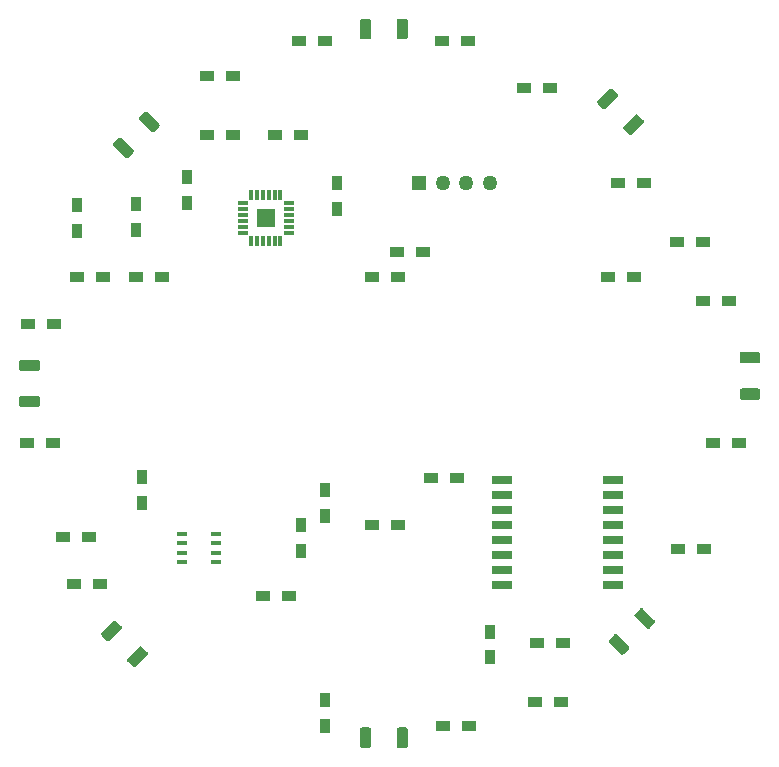
<source format=gbr>
G04 #@! TF.GenerationSoftware,KiCad,Pcbnew,(5.0.2)-1*
G04 #@! TF.CreationDate,2019-03-05T23:48:00-05:00*
G04 #@! TF.ProjectId,bikesenseCap,62696b65-7365-46e7-9365-4361702e6b69,REV E*
G04 #@! TF.SameCoordinates,Original*
G04 #@! TF.FileFunction,Paste,Top*
G04 #@! TF.FilePolarity,Positive*
%FSLAX46Y46*%
G04 Gerber Fmt 4.6, Leading zero omitted, Abs format (unit mm)*
G04 Created by KiCad (PCBNEW (5.0.2)-1) date 3/5/2019 11:48:00 PM*
%MOMM*%
%LPD*%
G01*
G04 APERTURE LIST*
%ADD10R,1.200000X0.900000*%
%ADD11R,1.270000X1.270000*%
%ADD12C,1.270000*%
%ADD13R,0.900000X1.200000*%
%ADD14R,1.560000X1.560000*%
%ADD15R,0.300000X0.850000*%
%ADD16R,0.850000X0.300000*%
%ADD17R,1.700000X0.700000*%
%ADD18C,0.100000*%
%ADD19C,0.950000*%
%ADD20R,0.900000X0.400000*%
G04 APERTURE END LIST*
D10*
G04 #@! TO.C,D3*
X131200000Y-91000000D03*
X129000000Y-91000000D03*
G04 #@! TD*
G04 #@! TO.C,D4*
X151200000Y-91000000D03*
X149000000Y-91000000D03*
G04 #@! TD*
G04 #@! TO.C,D5*
X171200000Y-91000000D03*
X169000000Y-91000000D03*
G04 #@! TD*
G04 #@! TO.C,D6*
X149000000Y-112000000D03*
X151200000Y-112000000D03*
G04 #@! TD*
D11*
G04 #@! TO.C,J1*
X153000260Y-83000000D03*
D12*
X155001780Y-83000000D03*
X156998220Y-83000000D03*
X158999740Y-83000000D03*
G04 #@! TD*
D10*
G04 #@! TO.C,R1*
X143000000Y-79000000D03*
X140800000Y-79000000D03*
G04 #@! TD*
G04 #@! TO.C,R2*
X135000000Y-79000000D03*
X137200000Y-79000000D03*
G04 #@! TD*
D13*
G04 #@! TO.C,R3*
X146000000Y-83000000D03*
X146000000Y-85200000D03*
G04 #@! TD*
G04 #@! TO.C,R4*
X133350000Y-84750000D03*
X133350000Y-82550000D03*
G04 #@! TD*
G04 #@! TO.C,R5*
X129000000Y-84800000D03*
X129000000Y-87000000D03*
G04 #@! TD*
G04 #@! TO.C,R6*
X145000000Y-109000000D03*
X145000000Y-111200000D03*
G04 #@! TD*
G04 #@! TO.C,R7*
X129540000Y-110150000D03*
X129540000Y-107950000D03*
G04 #@! TD*
G04 #@! TO.C,R8*
X143000000Y-112000000D03*
X143000000Y-114200000D03*
G04 #@! TD*
D10*
G04 #@! TO.C,R9*
X142000000Y-118000000D03*
X139800000Y-118000000D03*
G04 #@! TD*
G04 #@! TO.C,R11*
X126200000Y-91000000D03*
X124000000Y-91000000D03*
G04 #@! TD*
G04 #@! TO.C,R12*
X153330000Y-88900000D03*
X151130000Y-88900000D03*
G04 #@! TD*
G04 #@! TO.C,R13*
X177000000Y-88000000D03*
X174800000Y-88000000D03*
G04 #@! TD*
G04 #@! TO.C,R14*
X154000000Y-108000000D03*
X156200000Y-108000000D03*
G04 #@! TD*
G04 #@! TO.C,R19*
X119800000Y-105000000D03*
X122000000Y-105000000D03*
G04 #@! TD*
G04 #@! TO.C,R20*
X122100000Y-95000000D03*
X119900000Y-95000000D03*
G04 #@! TD*
D13*
G04 #@! TO.C,R21*
X124000000Y-84900000D03*
X124000000Y-87100000D03*
G04 #@! TD*
D10*
G04 #@! TO.C,R22*
X126000000Y-117000000D03*
X123800000Y-117000000D03*
G04 #@! TD*
D13*
G04 #@! TO.C,R23*
X159000000Y-123200000D03*
X159000000Y-121000000D03*
G04 #@! TD*
D10*
G04 #@! TO.C,R24*
X137200000Y-74000000D03*
X135000000Y-74000000D03*
G04 #@! TD*
G04 #@! TO.C,R25*
X122800000Y-113000000D03*
X125000000Y-113000000D03*
G04 #@! TD*
G04 #@! TO.C,R26*
X165200000Y-122000000D03*
X163000000Y-122000000D03*
G04 #@! TD*
G04 #@! TO.C,R27*
X157100000Y-71000000D03*
X154900000Y-71000000D03*
G04 #@! TD*
D13*
G04 #@! TO.C,R28*
X145000000Y-126800000D03*
X145000000Y-129000000D03*
G04 #@! TD*
D10*
G04 #@! TO.C,R29*
X145000000Y-71000000D03*
X142800000Y-71000000D03*
G04 #@! TD*
G04 #@! TO.C,R30*
X157200000Y-129000000D03*
X155000000Y-129000000D03*
G04 #@! TD*
G04 #@! TO.C,R31*
X164100000Y-75000000D03*
X161900000Y-75000000D03*
G04 #@! TD*
G04 #@! TO.C,R32*
X165000000Y-127000000D03*
X162800000Y-127000000D03*
G04 #@! TD*
G04 #@! TO.C,R33*
X169800000Y-83000000D03*
X172000000Y-83000000D03*
G04 #@! TD*
G04 #@! TO.C,R34*
X177100000Y-114000000D03*
X174900000Y-114000000D03*
G04 #@! TD*
G04 #@! TO.C,R35*
X179200000Y-93000000D03*
X177000000Y-93000000D03*
G04 #@! TD*
G04 #@! TO.C,R36*
X177900000Y-105000000D03*
X180100000Y-105000000D03*
G04 #@! TD*
D14*
G04 #@! TO.C,U2*
X140000000Y-86000000D03*
D15*
X138750000Y-84050000D03*
X139250000Y-84050000D03*
X139750000Y-84050000D03*
X140250000Y-84050000D03*
X140750000Y-84050000D03*
X141250000Y-84050000D03*
D16*
X141950000Y-84750000D03*
X141950000Y-85250000D03*
X141950000Y-85750000D03*
X141950000Y-86250000D03*
X141950000Y-86750000D03*
X141950000Y-87250000D03*
D15*
X141250000Y-87950000D03*
X140750000Y-87950000D03*
X140250000Y-87950000D03*
X139750000Y-87950000D03*
X139250000Y-87950000D03*
X138750000Y-87950000D03*
D16*
X138050000Y-87250000D03*
X138050000Y-86750000D03*
X138050000Y-86250000D03*
X138050000Y-85750000D03*
X138050000Y-85250000D03*
X138050000Y-84750000D03*
G04 #@! TD*
D17*
G04 #@! TO.C,U3*
X160000000Y-113270000D03*
X160000000Y-114540000D03*
X160000000Y-115810000D03*
X160000000Y-117080000D03*
X160000000Y-112000000D03*
X160000000Y-110730000D03*
X160000000Y-109460000D03*
X160000000Y-108190000D03*
X169380000Y-113270000D03*
X169380000Y-112000000D03*
X169380000Y-114540000D03*
X169380000Y-115810000D03*
X169380000Y-117080000D03*
X169380000Y-110730000D03*
X169380000Y-109460000D03*
X169380000Y-108190000D03*
G04 #@! TD*
D18*
G04 #@! TO.C,D11*
G36*
X120703623Y-101075915D02*
X120722067Y-101078651D01*
X120740154Y-101083181D01*
X120757710Y-101089463D01*
X120774565Y-101097435D01*
X120790558Y-101107021D01*
X120805535Y-101118128D01*
X120819350Y-101130650D01*
X120831872Y-101144465D01*
X120842979Y-101159442D01*
X120852565Y-101175435D01*
X120860537Y-101192290D01*
X120866819Y-101209846D01*
X120871349Y-101227933D01*
X120874085Y-101246377D01*
X120875000Y-101265000D01*
X120875000Y-101835000D01*
X120874085Y-101853623D01*
X120871349Y-101872067D01*
X120866819Y-101890154D01*
X120860537Y-101907710D01*
X120852565Y-101924565D01*
X120842979Y-101940558D01*
X120831872Y-101955535D01*
X120819350Y-101969350D01*
X120805535Y-101981872D01*
X120790558Y-101992979D01*
X120774565Y-102002565D01*
X120757710Y-102010537D01*
X120740154Y-102016819D01*
X120722067Y-102021349D01*
X120703623Y-102024085D01*
X120685000Y-102025000D01*
X119315000Y-102025000D01*
X119296377Y-102024085D01*
X119277933Y-102021349D01*
X119259846Y-102016819D01*
X119242290Y-102010537D01*
X119225435Y-102002565D01*
X119209442Y-101992979D01*
X119194465Y-101981872D01*
X119180650Y-101969350D01*
X119168128Y-101955535D01*
X119157021Y-101940558D01*
X119147435Y-101924565D01*
X119139463Y-101907710D01*
X119133181Y-101890154D01*
X119128651Y-101872067D01*
X119125915Y-101853623D01*
X119125000Y-101835000D01*
X119125000Y-101265000D01*
X119125915Y-101246377D01*
X119128651Y-101227933D01*
X119133181Y-101209846D01*
X119139463Y-101192290D01*
X119147435Y-101175435D01*
X119157021Y-101159442D01*
X119168128Y-101144465D01*
X119180650Y-101130650D01*
X119194465Y-101118128D01*
X119209442Y-101107021D01*
X119225435Y-101097435D01*
X119242290Y-101089463D01*
X119259846Y-101083181D01*
X119277933Y-101078651D01*
X119296377Y-101075915D01*
X119315000Y-101075000D01*
X120685000Y-101075000D01*
X120703623Y-101075915D01*
X120703623Y-101075915D01*
G37*
D19*
X120000000Y-101550000D03*
D18*
G36*
X120703623Y-97975915D02*
X120722067Y-97978651D01*
X120740154Y-97983181D01*
X120757710Y-97989463D01*
X120774565Y-97997435D01*
X120790558Y-98007021D01*
X120805535Y-98018128D01*
X120819350Y-98030650D01*
X120831872Y-98044465D01*
X120842979Y-98059442D01*
X120852565Y-98075435D01*
X120860537Y-98092290D01*
X120866819Y-98109846D01*
X120871349Y-98127933D01*
X120874085Y-98146377D01*
X120875000Y-98165000D01*
X120875000Y-98735000D01*
X120874085Y-98753623D01*
X120871349Y-98772067D01*
X120866819Y-98790154D01*
X120860537Y-98807710D01*
X120852565Y-98824565D01*
X120842979Y-98840558D01*
X120831872Y-98855535D01*
X120819350Y-98869350D01*
X120805535Y-98881872D01*
X120790558Y-98892979D01*
X120774565Y-98902565D01*
X120757710Y-98910537D01*
X120740154Y-98916819D01*
X120722067Y-98921349D01*
X120703623Y-98924085D01*
X120685000Y-98925000D01*
X119315000Y-98925000D01*
X119296377Y-98924085D01*
X119277933Y-98921349D01*
X119259846Y-98916819D01*
X119242290Y-98910537D01*
X119225435Y-98902565D01*
X119209442Y-98892979D01*
X119194465Y-98881872D01*
X119180650Y-98869350D01*
X119168128Y-98855535D01*
X119157021Y-98840558D01*
X119147435Y-98824565D01*
X119139463Y-98807710D01*
X119133181Y-98790154D01*
X119128651Y-98772067D01*
X119125915Y-98753623D01*
X119125000Y-98735000D01*
X119125000Y-98165000D01*
X119125915Y-98146377D01*
X119128651Y-98127933D01*
X119133181Y-98109846D01*
X119139463Y-98092290D01*
X119147435Y-98075435D01*
X119157021Y-98059442D01*
X119168128Y-98044465D01*
X119180650Y-98030650D01*
X119194465Y-98018128D01*
X119209442Y-98007021D01*
X119225435Y-97997435D01*
X119242290Y-97989463D01*
X119259846Y-97983181D01*
X119277933Y-97978651D01*
X119296377Y-97975915D01*
X119315000Y-97975000D01*
X120685000Y-97975000D01*
X120703623Y-97975915D01*
X120703623Y-97975915D01*
G37*
D19*
X120000000Y-98450000D03*
G04 #@! TD*
D18*
G04 #@! TO.C,D12*
G36*
X127684764Y-79175637D02*
X127703208Y-79178373D01*
X127721295Y-79182903D01*
X127738851Y-79189185D01*
X127755706Y-79197157D01*
X127771699Y-79206743D01*
X127786676Y-79217850D01*
X127800491Y-79230372D01*
X128769228Y-80199109D01*
X128781750Y-80212924D01*
X128792857Y-80227901D01*
X128802443Y-80243894D01*
X128810415Y-80260749D01*
X128816697Y-80278305D01*
X128821227Y-80296392D01*
X128823963Y-80314836D01*
X128824878Y-80333459D01*
X128823963Y-80352082D01*
X128821227Y-80370526D01*
X128816697Y-80388613D01*
X128810415Y-80406169D01*
X128802443Y-80423024D01*
X128792857Y-80439017D01*
X128781750Y-80453994D01*
X128769228Y-80467809D01*
X128366177Y-80870860D01*
X128352362Y-80883382D01*
X128337385Y-80894489D01*
X128321392Y-80904075D01*
X128304537Y-80912047D01*
X128286981Y-80918329D01*
X128268894Y-80922859D01*
X128250450Y-80925595D01*
X128231827Y-80926510D01*
X128213204Y-80925595D01*
X128194760Y-80922859D01*
X128176673Y-80918329D01*
X128159117Y-80912047D01*
X128142262Y-80904075D01*
X128126269Y-80894489D01*
X128111292Y-80883382D01*
X128097477Y-80870860D01*
X127128740Y-79902123D01*
X127116218Y-79888308D01*
X127105111Y-79873331D01*
X127095525Y-79857338D01*
X127087553Y-79840483D01*
X127081271Y-79822927D01*
X127076741Y-79804840D01*
X127074005Y-79786396D01*
X127073090Y-79767773D01*
X127074005Y-79749150D01*
X127076741Y-79730706D01*
X127081271Y-79712619D01*
X127087553Y-79695063D01*
X127095525Y-79678208D01*
X127105111Y-79662215D01*
X127116218Y-79647238D01*
X127128740Y-79633423D01*
X127531791Y-79230372D01*
X127545606Y-79217850D01*
X127560583Y-79206743D01*
X127576576Y-79197157D01*
X127593431Y-79189185D01*
X127610987Y-79182903D01*
X127629074Y-79178373D01*
X127647518Y-79175637D01*
X127666141Y-79174722D01*
X127684764Y-79175637D01*
X127684764Y-79175637D01*
G37*
D19*
X127948984Y-80050616D03*
D18*
G36*
X129876796Y-76983605D02*
X129895240Y-76986341D01*
X129913327Y-76990871D01*
X129930883Y-76997153D01*
X129947738Y-77005125D01*
X129963731Y-77014711D01*
X129978708Y-77025818D01*
X129992523Y-77038340D01*
X130961260Y-78007077D01*
X130973782Y-78020892D01*
X130984889Y-78035869D01*
X130994475Y-78051862D01*
X131002447Y-78068717D01*
X131008729Y-78086273D01*
X131013259Y-78104360D01*
X131015995Y-78122804D01*
X131016910Y-78141427D01*
X131015995Y-78160050D01*
X131013259Y-78178494D01*
X131008729Y-78196581D01*
X131002447Y-78214137D01*
X130994475Y-78230992D01*
X130984889Y-78246985D01*
X130973782Y-78261962D01*
X130961260Y-78275777D01*
X130558209Y-78678828D01*
X130544394Y-78691350D01*
X130529417Y-78702457D01*
X130513424Y-78712043D01*
X130496569Y-78720015D01*
X130479013Y-78726297D01*
X130460926Y-78730827D01*
X130442482Y-78733563D01*
X130423859Y-78734478D01*
X130405236Y-78733563D01*
X130386792Y-78730827D01*
X130368705Y-78726297D01*
X130351149Y-78720015D01*
X130334294Y-78712043D01*
X130318301Y-78702457D01*
X130303324Y-78691350D01*
X130289509Y-78678828D01*
X129320772Y-77710091D01*
X129308250Y-77696276D01*
X129297143Y-77681299D01*
X129287557Y-77665306D01*
X129279585Y-77648451D01*
X129273303Y-77630895D01*
X129268773Y-77612808D01*
X129266037Y-77594364D01*
X129265122Y-77575741D01*
X129266037Y-77557118D01*
X129268773Y-77538674D01*
X129273303Y-77520587D01*
X129279585Y-77503031D01*
X129287557Y-77486176D01*
X129297143Y-77470183D01*
X129308250Y-77455206D01*
X129320772Y-77441391D01*
X129723823Y-77038340D01*
X129737638Y-77025818D01*
X129752615Y-77014711D01*
X129768608Y-77005125D01*
X129785463Y-76997153D01*
X129803019Y-76990871D01*
X129821106Y-76986341D01*
X129839550Y-76983605D01*
X129858173Y-76982690D01*
X129876796Y-76983605D01*
X129876796Y-76983605D01*
G37*
D19*
X130141016Y-77858584D03*
G04 #@! TD*
D18*
G04 #@! TO.C,D13*
G36*
X127250450Y-120074005D02*
X127268894Y-120076741D01*
X127286981Y-120081271D01*
X127304537Y-120087553D01*
X127321392Y-120095525D01*
X127337385Y-120105111D01*
X127352362Y-120116218D01*
X127366177Y-120128740D01*
X127769228Y-120531791D01*
X127781750Y-120545606D01*
X127792857Y-120560583D01*
X127802443Y-120576576D01*
X127810415Y-120593431D01*
X127816697Y-120610987D01*
X127821227Y-120629074D01*
X127823963Y-120647518D01*
X127824878Y-120666141D01*
X127823963Y-120684764D01*
X127821227Y-120703208D01*
X127816697Y-120721295D01*
X127810415Y-120738851D01*
X127802443Y-120755706D01*
X127792857Y-120771699D01*
X127781750Y-120786676D01*
X127769228Y-120800491D01*
X126800491Y-121769228D01*
X126786676Y-121781750D01*
X126771699Y-121792857D01*
X126755706Y-121802443D01*
X126738851Y-121810415D01*
X126721295Y-121816697D01*
X126703208Y-121821227D01*
X126684764Y-121823963D01*
X126666141Y-121824878D01*
X126647518Y-121823963D01*
X126629074Y-121821227D01*
X126610987Y-121816697D01*
X126593431Y-121810415D01*
X126576576Y-121802443D01*
X126560583Y-121792857D01*
X126545606Y-121781750D01*
X126531791Y-121769228D01*
X126128740Y-121366177D01*
X126116218Y-121352362D01*
X126105111Y-121337385D01*
X126095525Y-121321392D01*
X126087553Y-121304537D01*
X126081271Y-121286981D01*
X126076741Y-121268894D01*
X126074005Y-121250450D01*
X126073090Y-121231827D01*
X126074005Y-121213204D01*
X126076741Y-121194760D01*
X126081271Y-121176673D01*
X126087553Y-121159117D01*
X126095525Y-121142262D01*
X126105111Y-121126269D01*
X126116218Y-121111292D01*
X126128740Y-121097477D01*
X127097477Y-120128740D01*
X127111292Y-120116218D01*
X127126269Y-120105111D01*
X127142262Y-120095525D01*
X127159117Y-120087553D01*
X127176673Y-120081271D01*
X127194760Y-120076741D01*
X127213204Y-120074005D01*
X127231827Y-120073090D01*
X127250450Y-120074005D01*
X127250450Y-120074005D01*
G37*
D19*
X126948984Y-120948984D03*
D18*
G36*
X129442482Y-122266037D02*
X129460926Y-122268773D01*
X129479013Y-122273303D01*
X129496569Y-122279585D01*
X129513424Y-122287557D01*
X129529417Y-122297143D01*
X129544394Y-122308250D01*
X129558209Y-122320772D01*
X129961260Y-122723823D01*
X129973782Y-122737638D01*
X129984889Y-122752615D01*
X129994475Y-122768608D01*
X130002447Y-122785463D01*
X130008729Y-122803019D01*
X130013259Y-122821106D01*
X130015995Y-122839550D01*
X130016910Y-122858173D01*
X130015995Y-122876796D01*
X130013259Y-122895240D01*
X130008729Y-122913327D01*
X130002447Y-122930883D01*
X129994475Y-122947738D01*
X129984889Y-122963731D01*
X129973782Y-122978708D01*
X129961260Y-122992523D01*
X128992523Y-123961260D01*
X128978708Y-123973782D01*
X128963731Y-123984889D01*
X128947738Y-123994475D01*
X128930883Y-124002447D01*
X128913327Y-124008729D01*
X128895240Y-124013259D01*
X128876796Y-124015995D01*
X128858173Y-124016910D01*
X128839550Y-124015995D01*
X128821106Y-124013259D01*
X128803019Y-124008729D01*
X128785463Y-124002447D01*
X128768608Y-123994475D01*
X128752615Y-123984889D01*
X128737638Y-123973782D01*
X128723823Y-123961260D01*
X128320772Y-123558209D01*
X128308250Y-123544394D01*
X128297143Y-123529417D01*
X128287557Y-123513424D01*
X128279585Y-123496569D01*
X128273303Y-123479013D01*
X128268773Y-123460926D01*
X128266037Y-123442482D01*
X128265122Y-123423859D01*
X128266037Y-123405236D01*
X128268773Y-123386792D01*
X128273303Y-123368705D01*
X128279585Y-123351149D01*
X128287557Y-123334294D01*
X128297143Y-123318301D01*
X128308250Y-123303324D01*
X128320772Y-123289509D01*
X129289509Y-122320772D01*
X129303324Y-122308250D01*
X129318301Y-122297143D01*
X129334294Y-122287557D01*
X129351149Y-122279585D01*
X129368705Y-122273303D01*
X129386792Y-122268773D01*
X129405236Y-122266037D01*
X129423859Y-122265122D01*
X129442482Y-122266037D01*
X129442482Y-122266037D01*
G37*
D19*
X129141016Y-123141016D03*
G04 #@! TD*
D18*
G04 #@! TO.C,D14*
G36*
X151853623Y-69125915D02*
X151872067Y-69128651D01*
X151890154Y-69133181D01*
X151907710Y-69139463D01*
X151924565Y-69147435D01*
X151940558Y-69157021D01*
X151955535Y-69168128D01*
X151969350Y-69180650D01*
X151981872Y-69194465D01*
X151992979Y-69209442D01*
X152002565Y-69225435D01*
X152010537Y-69242290D01*
X152016819Y-69259846D01*
X152021349Y-69277933D01*
X152024085Y-69296377D01*
X152025000Y-69315000D01*
X152025000Y-70685000D01*
X152024085Y-70703623D01*
X152021349Y-70722067D01*
X152016819Y-70740154D01*
X152010537Y-70757710D01*
X152002565Y-70774565D01*
X151992979Y-70790558D01*
X151981872Y-70805535D01*
X151969350Y-70819350D01*
X151955535Y-70831872D01*
X151940558Y-70842979D01*
X151924565Y-70852565D01*
X151907710Y-70860537D01*
X151890154Y-70866819D01*
X151872067Y-70871349D01*
X151853623Y-70874085D01*
X151835000Y-70875000D01*
X151265000Y-70875000D01*
X151246377Y-70874085D01*
X151227933Y-70871349D01*
X151209846Y-70866819D01*
X151192290Y-70860537D01*
X151175435Y-70852565D01*
X151159442Y-70842979D01*
X151144465Y-70831872D01*
X151130650Y-70819350D01*
X151118128Y-70805535D01*
X151107021Y-70790558D01*
X151097435Y-70774565D01*
X151089463Y-70757710D01*
X151083181Y-70740154D01*
X151078651Y-70722067D01*
X151075915Y-70703623D01*
X151075000Y-70685000D01*
X151075000Y-69315000D01*
X151075915Y-69296377D01*
X151078651Y-69277933D01*
X151083181Y-69259846D01*
X151089463Y-69242290D01*
X151097435Y-69225435D01*
X151107021Y-69209442D01*
X151118128Y-69194465D01*
X151130650Y-69180650D01*
X151144465Y-69168128D01*
X151159442Y-69157021D01*
X151175435Y-69147435D01*
X151192290Y-69139463D01*
X151209846Y-69133181D01*
X151227933Y-69128651D01*
X151246377Y-69125915D01*
X151265000Y-69125000D01*
X151835000Y-69125000D01*
X151853623Y-69125915D01*
X151853623Y-69125915D01*
G37*
D19*
X151550000Y-70000000D03*
D18*
G36*
X148753623Y-69125915D02*
X148772067Y-69128651D01*
X148790154Y-69133181D01*
X148807710Y-69139463D01*
X148824565Y-69147435D01*
X148840558Y-69157021D01*
X148855535Y-69168128D01*
X148869350Y-69180650D01*
X148881872Y-69194465D01*
X148892979Y-69209442D01*
X148902565Y-69225435D01*
X148910537Y-69242290D01*
X148916819Y-69259846D01*
X148921349Y-69277933D01*
X148924085Y-69296377D01*
X148925000Y-69315000D01*
X148925000Y-70685000D01*
X148924085Y-70703623D01*
X148921349Y-70722067D01*
X148916819Y-70740154D01*
X148910537Y-70757710D01*
X148902565Y-70774565D01*
X148892979Y-70790558D01*
X148881872Y-70805535D01*
X148869350Y-70819350D01*
X148855535Y-70831872D01*
X148840558Y-70842979D01*
X148824565Y-70852565D01*
X148807710Y-70860537D01*
X148790154Y-70866819D01*
X148772067Y-70871349D01*
X148753623Y-70874085D01*
X148735000Y-70875000D01*
X148165000Y-70875000D01*
X148146377Y-70874085D01*
X148127933Y-70871349D01*
X148109846Y-70866819D01*
X148092290Y-70860537D01*
X148075435Y-70852565D01*
X148059442Y-70842979D01*
X148044465Y-70831872D01*
X148030650Y-70819350D01*
X148018128Y-70805535D01*
X148007021Y-70790558D01*
X147997435Y-70774565D01*
X147989463Y-70757710D01*
X147983181Y-70740154D01*
X147978651Y-70722067D01*
X147975915Y-70703623D01*
X147975000Y-70685000D01*
X147975000Y-69315000D01*
X147975915Y-69296377D01*
X147978651Y-69277933D01*
X147983181Y-69259846D01*
X147989463Y-69242290D01*
X147997435Y-69225435D01*
X148007021Y-69209442D01*
X148018128Y-69194465D01*
X148030650Y-69180650D01*
X148044465Y-69168128D01*
X148059442Y-69157021D01*
X148075435Y-69147435D01*
X148092290Y-69139463D01*
X148109846Y-69133181D01*
X148127933Y-69128651D01*
X148146377Y-69125915D01*
X148165000Y-69125000D01*
X148735000Y-69125000D01*
X148753623Y-69125915D01*
X148753623Y-69125915D01*
G37*
D19*
X148450000Y-70000000D03*
G04 #@! TD*
D18*
G04 #@! TO.C,D15*
G36*
X148753623Y-129125915D02*
X148772067Y-129128651D01*
X148790154Y-129133181D01*
X148807710Y-129139463D01*
X148824565Y-129147435D01*
X148840558Y-129157021D01*
X148855535Y-129168128D01*
X148869350Y-129180650D01*
X148881872Y-129194465D01*
X148892979Y-129209442D01*
X148902565Y-129225435D01*
X148910537Y-129242290D01*
X148916819Y-129259846D01*
X148921349Y-129277933D01*
X148924085Y-129296377D01*
X148925000Y-129315000D01*
X148925000Y-130685000D01*
X148924085Y-130703623D01*
X148921349Y-130722067D01*
X148916819Y-130740154D01*
X148910537Y-130757710D01*
X148902565Y-130774565D01*
X148892979Y-130790558D01*
X148881872Y-130805535D01*
X148869350Y-130819350D01*
X148855535Y-130831872D01*
X148840558Y-130842979D01*
X148824565Y-130852565D01*
X148807710Y-130860537D01*
X148790154Y-130866819D01*
X148772067Y-130871349D01*
X148753623Y-130874085D01*
X148735000Y-130875000D01*
X148165000Y-130875000D01*
X148146377Y-130874085D01*
X148127933Y-130871349D01*
X148109846Y-130866819D01*
X148092290Y-130860537D01*
X148075435Y-130852565D01*
X148059442Y-130842979D01*
X148044465Y-130831872D01*
X148030650Y-130819350D01*
X148018128Y-130805535D01*
X148007021Y-130790558D01*
X147997435Y-130774565D01*
X147989463Y-130757710D01*
X147983181Y-130740154D01*
X147978651Y-130722067D01*
X147975915Y-130703623D01*
X147975000Y-130685000D01*
X147975000Y-129315000D01*
X147975915Y-129296377D01*
X147978651Y-129277933D01*
X147983181Y-129259846D01*
X147989463Y-129242290D01*
X147997435Y-129225435D01*
X148007021Y-129209442D01*
X148018128Y-129194465D01*
X148030650Y-129180650D01*
X148044465Y-129168128D01*
X148059442Y-129157021D01*
X148075435Y-129147435D01*
X148092290Y-129139463D01*
X148109846Y-129133181D01*
X148127933Y-129128651D01*
X148146377Y-129125915D01*
X148165000Y-129125000D01*
X148735000Y-129125000D01*
X148753623Y-129125915D01*
X148753623Y-129125915D01*
G37*
D19*
X148450000Y-130000000D03*
D18*
G36*
X151853623Y-129125915D02*
X151872067Y-129128651D01*
X151890154Y-129133181D01*
X151907710Y-129139463D01*
X151924565Y-129147435D01*
X151940558Y-129157021D01*
X151955535Y-129168128D01*
X151969350Y-129180650D01*
X151981872Y-129194465D01*
X151992979Y-129209442D01*
X152002565Y-129225435D01*
X152010537Y-129242290D01*
X152016819Y-129259846D01*
X152021349Y-129277933D01*
X152024085Y-129296377D01*
X152025000Y-129315000D01*
X152025000Y-130685000D01*
X152024085Y-130703623D01*
X152021349Y-130722067D01*
X152016819Y-130740154D01*
X152010537Y-130757710D01*
X152002565Y-130774565D01*
X151992979Y-130790558D01*
X151981872Y-130805535D01*
X151969350Y-130819350D01*
X151955535Y-130831872D01*
X151940558Y-130842979D01*
X151924565Y-130852565D01*
X151907710Y-130860537D01*
X151890154Y-130866819D01*
X151872067Y-130871349D01*
X151853623Y-130874085D01*
X151835000Y-130875000D01*
X151265000Y-130875000D01*
X151246377Y-130874085D01*
X151227933Y-130871349D01*
X151209846Y-130866819D01*
X151192290Y-130860537D01*
X151175435Y-130852565D01*
X151159442Y-130842979D01*
X151144465Y-130831872D01*
X151130650Y-130819350D01*
X151118128Y-130805535D01*
X151107021Y-130790558D01*
X151097435Y-130774565D01*
X151089463Y-130757710D01*
X151083181Y-130740154D01*
X151078651Y-130722067D01*
X151075915Y-130703623D01*
X151075000Y-130685000D01*
X151075000Y-129315000D01*
X151075915Y-129296377D01*
X151078651Y-129277933D01*
X151083181Y-129259846D01*
X151089463Y-129242290D01*
X151097435Y-129225435D01*
X151107021Y-129209442D01*
X151118128Y-129194465D01*
X151130650Y-129180650D01*
X151144465Y-129168128D01*
X151159442Y-129157021D01*
X151175435Y-129147435D01*
X151192290Y-129139463D01*
X151209846Y-129133181D01*
X151227933Y-129128651D01*
X151246377Y-129125915D01*
X151265000Y-129125000D01*
X151835000Y-129125000D01*
X151853623Y-129125915D01*
X151853623Y-129125915D01*
G37*
D19*
X151550000Y-130000000D03*
G04 #@! TD*
D18*
G04 #@! TO.C,D16*
G36*
X169250450Y-75029005D02*
X169268894Y-75031741D01*
X169286981Y-75036271D01*
X169304537Y-75042553D01*
X169321392Y-75050525D01*
X169337385Y-75060111D01*
X169352362Y-75071218D01*
X169366177Y-75083740D01*
X169769228Y-75486791D01*
X169781750Y-75500606D01*
X169792857Y-75515583D01*
X169802443Y-75531576D01*
X169810415Y-75548431D01*
X169816697Y-75565987D01*
X169821227Y-75584074D01*
X169823963Y-75602518D01*
X169824878Y-75621141D01*
X169823963Y-75639764D01*
X169821227Y-75658208D01*
X169816697Y-75676295D01*
X169810415Y-75693851D01*
X169802443Y-75710706D01*
X169792857Y-75726699D01*
X169781750Y-75741676D01*
X169769228Y-75755491D01*
X168800491Y-76724228D01*
X168786676Y-76736750D01*
X168771699Y-76747857D01*
X168755706Y-76757443D01*
X168738851Y-76765415D01*
X168721295Y-76771697D01*
X168703208Y-76776227D01*
X168684764Y-76778963D01*
X168666141Y-76779878D01*
X168647518Y-76778963D01*
X168629074Y-76776227D01*
X168610987Y-76771697D01*
X168593431Y-76765415D01*
X168576576Y-76757443D01*
X168560583Y-76747857D01*
X168545606Y-76736750D01*
X168531791Y-76724228D01*
X168128740Y-76321177D01*
X168116218Y-76307362D01*
X168105111Y-76292385D01*
X168095525Y-76276392D01*
X168087553Y-76259537D01*
X168081271Y-76241981D01*
X168076741Y-76223894D01*
X168074005Y-76205450D01*
X168073090Y-76186827D01*
X168074005Y-76168204D01*
X168076741Y-76149760D01*
X168081271Y-76131673D01*
X168087553Y-76114117D01*
X168095525Y-76097262D01*
X168105111Y-76081269D01*
X168116218Y-76066292D01*
X168128740Y-76052477D01*
X169097477Y-75083740D01*
X169111292Y-75071218D01*
X169126269Y-75060111D01*
X169142262Y-75050525D01*
X169159117Y-75042553D01*
X169176673Y-75036271D01*
X169194760Y-75031741D01*
X169213204Y-75029005D01*
X169231827Y-75028090D01*
X169250450Y-75029005D01*
X169250450Y-75029005D01*
G37*
D19*
X168948984Y-75903984D03*
D18*
G36*
X171442482Y-77221037D02*
X171460926Y-77223773D01*
X171479013Y-77228303D01*
X171496569Y-77234585D01*
X171513424Y-77242557D01*
X171529417Y-77252143D01*
X171544394Y-77263250D01*
X171558209Y-77275772D01*
X171961260Y-77678823D01*
X171973782Y-77692638D01*
X171984889Y-77707615D01*
X171994475Y-77723608D01*
X172002447Y-77740463D01*
X172008729Y-77758019D01*
X172013259Y-77776106D01*
X172015995Y-77794550D01*
X172016910Y-77813173D01*
X172015995Y-77831796D01*
X172013259Y-77850240D01*
X172008729Y-77868327D01*
X172002447Y-77885883D01*
X171994475Y-77902738D01*
X171984889Y-77918731D01*
X171973782Y-77933708D01*
X171961260Y-77947523D01*
X170992523Y-78916260D01*
X170978708Y-78928782D01*
X170963731Y-78939889D01*
X170947738Y-78949475D01*
X170930883Y-78957447D01*
X170913327Y-78963729D01*
X170895240Y-78968259D01*
X170876796Y-78970995D01*
X170858173Y-78971910D01*
X170839550Y-78970995D01*
X170821106Y-78968259D01*
X170803019Y-78963729D01*
X170785463Y-78957447D01*
X170768608Y-78949475D01*
X170752615Y-78939889D01*
X170737638Y-78928782D01*
X170723823Y-78916260D01*
X170320772Y-78513209D01*
X170308250Y-78499394D01*
X170297143Y-78484417D01*
X170287557Y-78468424D01*
X170279585Y-78451569D01*
X170273303Y-78434013D01*
X170268773Y-78415926D01*
X170266037Y-78397482D01*
X170265122Y-78378859D01*
X170266037Y-78360236D01*
X170268773Y-78341792D01*
X170273303Y-78323705D01*
X170279585Y-78306149D01*
X170287557Y-78289294D01*
X170297143Y-78273301D01*
X170308250Y-78258324D01*
X170320772Y-78244509D01*
X171289509Y-77275772D01*
X171303324Y-77263250D01*
X171318301Y-77252143D01*
X171334294Y-77242557D01*
X171351149Y-77234585D01*
X171368705Y-77228303D01*
X171386792Y-77223773D01*
X171405236Y-77221037D01*
X171423859Y-77220122D01*
X171442482Y-77221037D01*
X171442482Y-77221037D01*
G37*
D19*
X171141016Y-78096016D03*
G04 #@! TD*
D18*
G04 #@! TO.C,D17*
G36*
X171831796Y-119029005D02*
X171850240Y-119031741D01*
X171868327Y-119036271D01*
X171885883Y-119042553D01*
X171902738Y-119050525D01*
X171918731Y-119060111D01*
X171933708Y-119071218D01*
X171947523Y-119083740D01*
X172916260Y-120052477D01*
X172928782Y-120066292D01*
X172939889Y-120081269D01*
X172949475Y-120097262D01*
X172957447Y-120114117D01*
X172963729Y-120131673D01*
X172968259Y-120149760D01*
X172970995Y-120168204D01*
X172971910Y-120186827D01*
X172970995Y-120205450D01*
X172968259Y-120223894D01*
X172963729Y-120241981D01*
X172957447Y-120259537D01*
X172949475Y-120276392D01*
X172939889Y-120292385D01*
X172928782Y-120307362D01*
X172916260Y-120321177D01*
X172513209Y-120724228D01*
X172499394Y-120736750D01*
X172484417Y-120747857D01*
X172468424Y-120757443D01*
X172451569Y-120765415D01*
X172434013Y-120771697D01*
X172415926Y-120776227D01*
X172397482Y-120778963D01*
X172378859Y-120779878D01*
X172360236Y-120778963D01*
X172341792Y-120776227D01*
X172323705Y-120771697D01*
X172306149Y-120765415D01*
X172289294Y-120757443D01*
X172273301Y-120747857D01*
X172258324Y-120736750D01*
X172244509Y-120724228D01*
X171275772Y-119755491D01*
X171263250Y-119741676D01*
X171252143Y-119726699D01*
X171242557Y-119710706D01*
X171234585Y-119693851D01*
X171228303Y-119676295D01*
X171223773Y-119658208D01*
X171221037Y-119639764D01*
X171220122Y-119621141D01*
X171221037Y-119602518D01*
X171223773Y-119584074D01*
X171228303Y-119565987D01*
X171234585Y-119548431D01*
X171242557Y-119531576D01*
X171252143Y-119515583D01*
X171263250Y-119500606D01*
X171275772Y-119486791D01*
X171678823Y-119083740D01*
X171692638Y-119071218D01*
X171707615Y-119060111D01*
X171723608Y-119050525D01*
X171740463Y-119042553D01*
X171758019Y-119036271D01*
X171776106Y-119031741D01*
X171794550Y-119029005D01*
X171813173Y-119028090D01*
X171831796Y-119029005D01*
X171831796Y-119029005D01*
G37*
D19*
X172096016Y-119903984D03*
D18*
G36*
X169639764Y-121221037D02*
X169658208Y-121223773D01*
X169676295Y-121228303D01*
X169693851Y-121234585D01*
X169710706Y-121242557D01*
X169726699Y-121252143D01*
X169741676Y-121263250D01*
X169755491Y-121275772D01*
X170724228Y-122244509D01*
X170736750Y-122258324D01*
X170747857Y-122273301D01*
X170757443Y-122289294D01*
X170765415Y-122306149D01*
X170771697Y-122323705D01*
X170776227Y-122341792D01*
X170778963Y-122360236D01*
X170779878Y-122378859D01*
X170778963Y-122397482D01*
X170776227Y-122415926D01*
X170771697Y-122434013D01*
X170765415Y-122451569D01*
X170757443Y-122468424D01*
X170747857Y-122484417D01*
X170736750Y-122499394D01*
X170724228Y-122513209D01*
X170321177Y-122916260D01*
X170307362Y-122928782D01*
X170292385Y-122939889D01*
X170276392Y-122949475D01*
X170259537Y-122957447D01*
X170241981Y-122963729D01*
X170223894Y-122968259D01*
X170205450Y-122970995D01*
X170186827Y-122971910D01*
X170168204Y-122970995D01*
X170149760Y-122968259D01*
X170131673Y-122963729D01*
X170114117Y-122957447D01*
X170097262Y-122949475D01*
X170081269Y-122939889D01*
X170066292Y-122928782D01*
X170052477Y-122916260D01*
X169083740Y-121947523D01*
X169071218Y-121933708D01*
X169060111Y-121918731D01*
X169050525Y-121902738D01*
X169042553Y-121885883D01*
X169036271Y-121868327D01*
X169031741Y-121850240D01*
X169029005Y-121831796D01*
X169028090Y-121813173D01*
X169029005Y-121794550D01*
X169031741Y-121776106D01*
X169036271Y-121758019D01*
X169042553Y-121740463D01*
X169050525Y-121723608D01*
X169060111Y-121707615D01*
X169071218Y-121692638D01*
X169083740Y-121678823D01*
X169486791Y-121275772D01*
X169500606Y-121263250D01*
X169515583Y-121252143D01*
X169531576Y-121242557D01*
X169548431Y-121234585D01*
X169565987Y-121228303D01*
X169584074Y-121223773D01*
X169602518Y-121221037D01*
X169621141Y-121220122D01*
X169639764Y-121221037D01*
X169639764Y-121221037D01*
G37*
D19*
X169903984Y-122096016D03*
G04 #@! TD*
D18*
G04 #@! TO.C,D18*
G36*
X181703623Y-100425915D02*
X181722067Y-100428651D01*
X181740154Y-100433181D01*
X181757710Y-100439463D01*
X181774565Y-100447435D01*
X181790558Y-100457021D01*
X181805535Y-100468128D01*
X181819350Y-100480650D01*
X181831872Y-100494465D01*
X181842979Y-100509442D01*
X181852565Y-100525435D01*
X181860537Y-100542290D01*
X181866819Y-100559846D01*
X181871349Y-100577933D01*
X181874085Y-100596377D01*
X181875000Y-100615000D01*
X181875000Y-101185000D01*
X181874085Y-101203623D01*
X181871349Y-101222067D01*
X181866819Y-101240154D01*
X181860537Y-101257710D01*
X181852565Y-101274565D01*
X181842979Y-101290558D01*
X181831872Y-101305535D01*
X181819350Y-101319350D01*
X181805535Y-101331872D01*
X181790558Y-101342979D01*
X181774565Y-101352565D01*
X181757710Y-101360537D01*
X181740154Y-101366819D01*
X181722067Y-101371349D01*
X181703623Y-101374085D01*
X181685000Y-101375000D01*
X180315000Y-101375000D01*
X180296377Y-101374085D01*
X180277933Y-101371349D01*
X180259846Y-101366819D01*
X180242290Y-101360537D01*
X180225435Y-101352565D01*
X180209442Y-101342979D01*
X180194465Y-101331872D01*
X180180650Y-101319350D01*
X180168128Y-101305535D01*
X180157021Y-101290558D01*
X180147435Y-101274565D01*
X180139463Y-101257710D01*
X180133181Y-101240154D01*
X180128651Y-101222067D01*
X180125915Y-101203623D01*
X180125000Y-101185000D01*
X180125000Y-100615000D01*
X180125915Y-100596377D01*
X180128651Y-100577933D01*
X180133181Y-100559846D01*
X180139463Y-100542290D01*
X180147435Y-100525435D01*
X180157021Y-100509442D01*
X180168128Y-100494465D01*
X180180650Y-100480650D01*
X180194465Y-100468128D01*
X180209442Y-100457021D01*
X180225435Y-100447435D01*
X180242290Y-100439463D01*
X180259846Y-100433181D01*
X180277933Y-100428651D01*
X180296377Y-100425915D01*
X180315000Y-100425000D01*
X181685000Y-100425000D01*
X181703623Y-100425915D01*
X181703623Y-100425915D01*
G37*
D19*
X181000000Y-100900000D03*
D18*
G36*
X181703623Y-97325915D02*
X181722067Y-97328651D01*
X181740154Y-97333181D01*
X181757710Y-97339463D01*
X181774565Y-97347435D01*
X181790558Y-97357021D01*
X181805535Y-97368128D01*
X181819350Y-97380650D01*
X181831872Y-97394465D01*
X181842979Y-97409442D01*
X181852565Y-97425435D01*
X181860537Y-97442290D01*
X181866819Y-97459846D01*
X181871349Y-97477933D01*
X181874085Y-97496377D01*
X181875000Y-97515000D01*
X181875000Y-98085000D01*
X181874085Y-98103623D01*
X181871349Y-98122067D01*
X181866819Y-98140154D01*
X181860537Y-98157710D01*
X181852565Y-98174565D01*
X181842979Y-98190558D01*
X181831872Y-98205535D01*
X181819350Y-98219350D01*
X181805535Y-98231872D01*
X181790558Y-98242979D01*
X181774565Y-98252565D01*
X181757710Y-98260537D01*
X181740154Y-98266819D01*
X181722067Y-98271349D01*
X181703623Y-98274085D01*
X181685000Y-98275000D01*
X180315000Y-98275000D01*
X180296377Y-98274085D01*
X180277933Y-98271349D01*
X180259846Y-98266819D01*
X180242290Y-98260537D01*
X180225435Y-98252565D01*
X180209442Y-98242979D01*
X180194465Y-98231872D01*
X180180650Y-98219350D01*
X180168128Y-98205535D01*
X180157021Y-98190558D01*
X180147435Y-98174565D01*
X180139463Y-98157710D01*
X180133181Y-98140154D01*
X180128651Y-98122067D01*
X180125915Y-98103623D01*
X180125000Y-98085000D01*
X180125000Y-97515000D01*
X180125915Y-97496377D01*
X180128651Y-97477933D01*
X180133181Y-97459846D01*
X180139463Y-97442290D01*
X180147435Y-97425435D01*
X180157021Y-97409442D01*
X180168128Y-97394465D01*
X180180650Y-97380650D01*
X180194465Y-97368128D01*
X180209442Y-97357021D01*
X180225435Y-97347435D01*
X180242290Y-97339463D01*
X180259846Y-97333181D01*
X180277933Y-97328651D01*
X180296377Y-97325915D01*
X180315000Y-97325000D01*
X181685000Y-97325000D01*
X181703623Y-97325915D01*
X181703623Y-97325915D01*
G37*
D19*
X181000000Y-97800000D03*
G04 #@! TD*
D20*
G04 #@! TO.C,U1*
X135816000Y-113519000D03*
X135816000Y-114319000D03*
X135816000Y-115119000D03*
X135816000Y-112719000D03*
X132916000Y-112719000D03*
X132916000Y-115119000D03*
X132916000Y-113519000D03*
X132916000Y-114319000D03*
G04 #@! TD*
M02*

</source>
